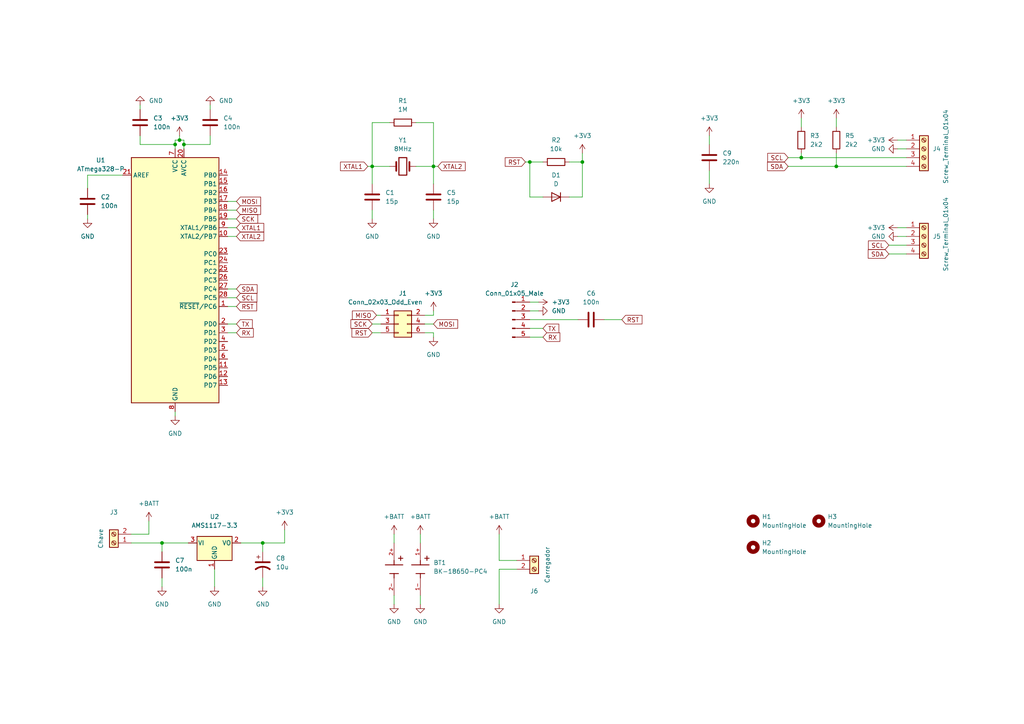
<source format=kicad_sch>
(kicad_sch (version 20211123) (generator eeschema)
  (paper "A4")
  (lib_symbols
    (symbol "BK-18650-PC4:BK-18650-PC4" (pin_names (offset 1.016))
      (property "Reference" "BT" (at -3.81 6.35 0))
      (property "Value" "BK-18650-PC4" (at -3.81 -10.16 0))
      (symbol "BK-18650-PC4_0_0"
        (polyline (pts (xy -3.81 -3.175) (xy -2.54 -3.175)) (stroke (width 0.254)))
        (polyline (pts (xy -3.81 4.445) (xy -2.54 4.445)) (stroke (width 0.254)))
        (polyline (pts (xy -3.175 -2.54) (xy -3.175 -3.81)) (stroke (width 0.254)))
        (polyline (pts (xy -3.175 5.08) (xy -3.175 3.81)) (stroke (width 0.254)))
        (polyline (pts (xy -1.27 -5.08) (xy -2.54 -5.08)) (stroke (width 0.254)))
        (polyline (pts (xy -1.27 -5.08) (xy -1.27 -7.62)) (stroke (width 0.254)))
        (polyline (pts (xy -1.27 -2.54) (xy -1.27 -5.08)) (stroke (width 0.254)))
        (polyline (pts (xy -1.27 2.54) (xy -2.54 2.54)) (stroke (width 0.254)))
        (polyline (pts (xy -1.27 2.54) (xy -1.27 0)) (stroke (width 0.254)))
        (polyline (pts (xy -1.27 5.08) (xy -1.27 2.54)) (stroke (width 0.254)))
        (polyline (pts (xy 1.27 -5.08) (xy 1.27 -6.35)) (stroke (width 0.254)))
        (polyline (pts (xy 1.27 -5.08) (xy 2.54 -5.08)) (stroke (width 0.254)))
        (polyline (pts (xy 1.27 -3.81) (xy 1.27 -5.08)) (stroke (width 0.254)))
        (polyline (pts (xy 1.27 2.54) (xy 1.27 1.27)) (stroke (width 0.254)))
        (polyline (pts (xy 1.27 2.54) (xy 2.54 2.54)) (stroke (width 0.254)))
        (polyline (pts (xy 1.27 3.81) (xy 1.27 2.54)) (stroke (width 0.254)))
        (pin passive line (at -7.62 2.54 0) (length 5.08) (name "~") (number "1+"))
        (pin passive line (at 7.62 2.54 180) (length 5.08) (name "~") (number "1-"))
        (pin passive line (at -7.62 -5.08 0) (length 5.08) (name "~") (number "2+"))
        (pin passive line (at 7.62 -5.08 180) (length 5.08) (name "~") (number "2-"))
      )
    )
    (symbol "Connector:Conn_01x05_Male" (pin_names (offset 1.016) hide)
      (property "Reference" "J" (at 0 7.62 0))
      (property "Value" "Conn_01x05_Male" (at 0 -7.62 0))
      (symbol "Conn_01x05_Male_1_1"
        (polyline (pts (xy 1.27 -5.08) (xy 0.8636 -5.08)) (stroke (width 0.1524)))
        (polyline (pts (xy 1.27 -2.54) (xy 0.8636 -2.54)) (stroke (width 0.1524)))
        (polyline (pts (xy 1.27 0) (xy 0.8636 0)) (stroke (width 0.1524)))
        (polyline (pts (xy 1.27 2.54) (xy 0.8636 2.54)) (stroke (width 0.1524)))
        (polyline (pts (xy 1.27 5.08) (xy 0.8636 5.08)) (stroke (width 0.1524)))
        (rectangle (start 0.8636 -4.953) (end 0 -5.207) (stroke (width 0.1524)) (fill (type outline)))
        (rectangle (start 0.8636 -2.413) (end 0 -2.667) (stroke (width 0.1524)) (fill (type outline)))
        (rectangle (start 0.8636 0.127) (end 0 -0.127) (stroke (width 0.1524)) (fill (type outline)))
        (rectangle (start 0.8636 2.667) (end 0 2.413) (stroke (width 0.1524)) (fill (type outline)))
        (rectangle (start 0.8636 5.207) (end 0 4.953) (stroke (width 0.1524)) (fill (type outline)))
        (pin passive line (at 5.08 5.08 180) (length 3.81) (name "Pin_1") (number "1"))
        (pin passive line (at 5.08 2.54 180) (length 3.81) (name "Pin_2") (number "2"))
        (pin passive line (at 5.08 0 180) (length 3.81) (name "Pin_3") (number "3"))
        (pin passive line (at 5.08 -2.54 180) (length 3.81) (name "Pin_4") (number "4"))
        (pin passive line (at 5.08 -5.08 180) (length 3.81) (name "Pin_5") (number "5"))
      )
    )
    (symbol "Connector:Screw_Terminal_01x02" (pin_names (offset 1.016) hide)
      (property "Reference" "J" (at 0 2.54 0))
      (property "Value" "Screw_Terminal_01x02" (at 0 -5.08 0))
      (symbol "Screw_Terminal_01x02_1_1"
        (rectangle (start -1.27 1.27) (end 1.27 -3.81) (stroke (width 0.254)) (fill (type background)))
        (circle (center 0 -2.54) (radius 0.635) (stroke (width 0.1524)))
        (polyline (pts (xy -0.5334 -2.2098) (xy 0.3302 -3.048)) (stroke (width 0.1524)))
        (polyline (pts (xy -0.5334 0.3302) (xy 0.3302 -0.508)) (stroke (width 0.1524)))
        (polyline (pts (xy -0.3556 -2.032) (xy 0.508 -2.8702)) (stroke (width 0.1524)))
        (polyline (pts (xy -0.3556 0.508) (xy 0.508 -0.3302)) (stroke (width 0.1524)))
        (circle (center 0 0) (radius 0.635) (stroke (width 0.1524)))
        (pin passive line (at -5.08 0 0) (length 3.81) (name "Pin_1") (number "1"))
        (pin passive line (at -5.08 -2.54 0) (length 3.81) (name "Pin_2") (number "2"))
      )
    )
    (symbol "Connector:Screw_Terminal_01x04" (pin_names (offset 1.016) hide)
      (property "Reference" "J" (at 0 5.08 0))
      (property "Value" "Screw_Terminal_01x04" (at 0 -7.62 0))
      (symbol "Screw_Terminal_01x04_1_1"
        (rectangle (start -1.27 3.81) (end 1.27 -6.35) (stroke (width 0.254)) (fill (type background)))
        (circle (center 0 -5.08) (radius 0.635) (stroke (width 0.1524)))
        (circle (center 0 -2.54) (radius 0.635) (stroke (width 0.1524)))
        (polyline (pts (xy -0.5334 -4.7498) (xy 0.3302 -5.588)) (stroke (width 0.1524)))
        (polyline (pts (xy -0.5334 -2.2098) (xy 0.3302 -3.048)) (stroke (width 0.1524)))
        (polyline (pts (xy -0.5334 0.3302) (xy 0.3302 -0.508)) (stroke (width 0.1524)))
        (polyline (pts (xy -0.5334 2.8702) (xy 0.3302 2.032)) (stroke (width 0.1524)))
        (polyline (pts (xy -0.3556 -4.572) (xy 0.508 -5.4102)) (stroke (width 0.1524)))
        (polyline (pts (xy -0.3556 -2.032) (xy 0.508 -2.8702)) (stroke (width 0.1524)))
        (polyline (pts (xy -0.3556 0.508) (xy 0.508 -0.3302)) (stroke (width 0.1524)))
        (polyline (pts (xy -0.3556 3.048) (xy 0.508 2.2098)) (stroke (width 0.1524)))
        (circle (center 0 0) (radius 0.635) (stroke (width 0.1524)))
        (circle (center 0 2.54) (radius 0.635) (stroke (width 0.1524)))
        (pin passive line (at -5.08 2.54 0) (length 3.81) (name "Pin_1") (number "1"))
        (pin passive line (at -5.08 0 0) (length 3.81) (name "Pin_2") (number "2"))
        (pin passive line (at -5.08 -2.54 0) (length 3.81) (name "Pin_3") (number "3"))
        (pin passive line (at -5.08 -5.08 0) (length 3.81) (name "Pin_4") (number "4"))
      )
    )
    (symbol "Connector_Generic:Conn_02x03_Odd_Even" (pin_names (offset 1.016) hide)
      (property "Reference" "J" (at 1.27 5.08 0))
      (property "Value" "Conn_02x03_Odd_Even" (at 1.27 -5.08 0))
      (symbol "Conn_02x03_Odd_Even_1_1"
        (rectangle (start -1.27 -2.413) (end 0 -2.667) (stroke (width 0.1524)))
        (rectangle (start -1.27 0.127) (end 0 -0.127) (stroke (width 0.1524)))
        (rectangle (start -1.27 2.667) (end 0 2.413) (stroke (width 0.1524)))
        (rectangle (start -1.27 3.81) (end 3.81 -3.81) (stroke (width 0.254)) (fill (type background)))
        (rectangle (start 3.81 -2.413) (end 2.54 -2.667) (stroke (width 0.1524)))
        (rectangle (start 3.81 0.127) (end 2.54 -0.127) (stroke (width 0.1524)))
        (rectangle (start 3.81 2.667) (end 2.54 2.413) (stroke (width 0.1524)))
        (pin passive line (at -5.08 2.54 0) (length 3.81) (name "Pin_1") (number "1"))
        (pin passive line (at 7.62 2.54 180) (length 3.81) (name "Pin_2") (number "2"))
        (pin passive line (at -5.08 0 0) (length 3.81) (name "Pin_3") (number "3"))
        (pin passive line (at 7.62 0 180) (length 3.81) (name "Pin_4") (number "4"))
        (pin passive line (at -5.08 -2.54 0) (length 3.81) (name "Pin_5") (number "5"))
        (pin passive line (at 7.62 -2.54 180) (length 3.81) (name "Pin_6") (number "6"))
      )
    )
    (symbol "Device:C" (pin_numbers hide) (pin_names (offset 0.254))
      (property "Reference" "C" (at 0.635 2.54 0))
      (property "Value" "C" (at 0.635 -2.54 0))
      (symbol "C_0_1"
        (polyline (pts (xy -2.032 -0.762) (xy 2.032 -0.762)) (stroke (width 0.508)))
        (polyline (pts (xy -2.032 0.762) (xy 2.032 0.762)) (stroke (width 0.508)))
      )
      (symbol "C_1_1"
        (pin passive line (at 0 3.81 270) (length 2.794) (name "~") (number "1"))
        (pin passive line (at 0 -3.81 90) (length 2.794) (name "~") (number "2"))
      )
    )
    (symbol "Device:C_Polarized_US" (pin_numbers hide) (pin_names (offset 0.254) hide)
      (property "Reference" "C" (at 0.635 2.54 0))
      (property "Value" "C_Polarized_US" (at 0.635 -2.54 0))
      (symbol "C_Polarized_US_0_1"
        (polyline (pts (xy -2.032 0.762) (xy 2.032 0.762)) (stroke (width 0.508)))
        (polyline (pts (xy -1.778 2.286) (xy -0.762 2.286)))
        (polyline (pts (xy -1.27 1.778) (xy -1.27 2.794)))
        (arc (start 2.032 -1.27) (mid 0 -0.5572) (end -2.032 -1.27) (stroke (width 0.508)))
      )
      (symbol "C_Polarized_US_1_1"
        (pin passive line (at 0 3.81 270) (length 2.794) (name "~") (number "1"))
        (pin passive line (at 0 -3.81 90) (length 3.302) (name "~") (number "2"))
      )
    )
    (symbol "Device:Crystal" (pin_numbers hide) (pin_names (offset 1.016) hide)
      (property "Reference" "Y" (at 0 3.81 0))
      (property "Value" "Crystal" (at 0 -3.81 0))
      (symbol "Crystal_0_1"
        (rectangle (start -1.143 2.54) (end 1.143 -2.54) (stroke (width 0.3048)))
        (polyline (pts (xy -2.54 0) (xy -1.905 0)))
        (polyline (pts (xy -1.905 -1.27) (xy -1.905 1.27)) (stroke (width 0.508)))
        (polyline (pts (xy 1.905 -1.27) (xy 1.905 1.27)) (stroke (width 0.508)))
        (polyline (pts (xy 2.54 0) (xy 1.905 0)))
      )
      (symbol "Crystal_1_1"
        (pin passive line (at -3.81 0 0) (length 1.27) (name "1") (number "1"))
        (pin passive line (at 3.81 0 180) (length 1.27) (name "2") (number "2"))
      )
    )
    (symbol "Device:D" (pin_numbers hide) (pin_names (offset 1.016) hide)
      (property "Reference" "D" (at 0 2.54 0))
      (property "Value" "D" (at 0 -2.54 0))
      (symbol "D_0_1"
        (polyline (pts (xy -1.27 1.27) (xy -1.27 -1.27)) (stroke (width 0.254)))
        (polyline (pts (xy 1.27 0) (xy -1.27 0)))
        (polyline (pts (xy 1.27 1.27) (xy 1.27 -1.27) (xy -1.27 0) (xy 1.27 1.27)) (stroke (width 0.254)))
      )
      (symbol "D_1_1"
        (pin passive line (at -3.81 0 0) (length 2.54) (name "K") (number "1"))
        (pin passive line (at 3.81 0 180) (length 2.54) (name "A") (number "2"))
      )
    )
    (symbol "Device:R" (pin_numbers hide) (pin_names (offset 0))
      (property "Reference" "R" (at 2.032 0 90))
      (property "Value" "R" (at 0 0 90))
      (symbol "R_0_1"
        (rectangle (start -1.016 -2.54) (end 1.016 2.54) (stroke (width 0.254)))
      )
      (symbol "R_1_1"
        (pin passive line (at 0 3.81 270) (length 1.27) (name "~") (number "1"))
        (pin passive line (at 0 -3.81 90) (length 1.27) (name "~") (number "2"))
      )
    )
    (symbol "MCU_Microchip_ATmega:ATmega328-P"
      (property "Reference" "U" (at -12.7 36.83 0))
      (property "Value" "ATmega328-P" (at 2.54 -36.83 0))
      (symbol "ATmega328-P_0_1"
        (rectangle (start -12.7 -35.56) (end 12.7 35.56) (stroke (width 0.254)) (fill (type background)))
      )
      (symbol "ATmega328-P_1_1"
        (pin bidirectional line (at 15.24 -7.62 180) (length 2.54) (name "~{RESET}/PC6") (number "1"))
        (pin bidirectional line (at 15.24 12.7 180) (length 2.54) (name "XTAL2/PB7") (number "10"))
        (pin bidirectional line (at 15.24 -25.4 180) (length 2.54) (name "PD5") (number "11"))
        (pin bidirectional line (at 15.24 -27.94 180) (length 2.54) (name "PD6") (number "12"))
        (pin bidirectional line (at 15.24 -30.48 180) (length 2.54) (name "PD7") (number "13"))
        (pin bidirectional line (at 15.24 30.48 180) (length 2.54) (name "PB0") (number "14"))
        (pin bidirectional line (at 15.24 27.94 180) (length 2.54) (name "PB1") (number "15"))
        (pin bidirectional line (at 15.24 25.4 180) (length 2.54) (name "PB2") (number "16"))
        (pin bidirectional line (at 15.24 22.86 180) (length 2.54) (name "PB3") (number "17"))
        (pin bidirectional line (at 15.24 20.32 180) (length 2.54) (name "PB4") (number "18"))
        (pin bidirectional line (at 15.24 17.78 180) (length 2.54) (name "PB5") (number "19"))
        (pin bidirectional line (at 15.24 -12.7 180) (length 2.54) (name "PD0") (number "2"))
        (pin power_in line (at 2.54 38.1 270) (length 2.54) (name "AVCC") (number "20"))
        (pin passive line (at -15.24 30.48 0) (length 2.54) (name "AREF") (number "21"))
        (pin passive line (at 0 -38.1 90) (length 2.54) hide (name "GND") (number "22"))
        (pin bidirectional line (at 15.24 7.62 180) (length 2.54) (name "PC0") (number "23"))
        (pin bidirectional line (at 15.24 5.08 180) (length 2.54) (name "PC1") (number "24"))
        (pin bidirectional line (at 15.24 2.54 180) (length 2.54) (name "PC2") (number "25"))
        (pin bidirectional line (at 15.24 0 180) (length 2.54) (name "PC3") (number "26"))
        (pin bidirectional line (at 15.24 -2.54 180) (length 2.54) (name "PC4") (number "27"))
        (pin bidirectional line (at 15.24 -5.08 180) (length 2.54) (name "PC5") (number "28"))
        (pin bidirectional line (at 15.24 -15.24 180) (length 2.54) (name "PD1") (number "3"))
        (pin bidirectional line (at 15.24 -17.78 180) (length 2.54) (name "PD2") (number "4"))
        (pin bidirectional line (at 15.24 -20.32 180) (length 2.54) (name "PD3") (number "5"))
        (pin bidirectional line (at 15.24 -22.86 180) (length 2.54) (name "PD4") (number "6"))
        (pin power_in line (at 0 38.1 270) (length 2.54) (name "VCC") (number "7"))
        (pin power_in line (at 0 -38.1 90) (length 2.54) (name "GND") (number "8"))
        (pin bidirectional line (at 15.24 15.24 180) (length 2.54) (name "XTAL1/PB6") (number "9"))
      )
    )
    (symbol "Mechanical:MountingHole" (pin_names (offset 1.016))
      (property "Reference" "H" (at 0 5.08 0))
      (property "Value" "MountingHole" (at 0 3.175 0))
      (symbol "MountingHole_0_1"
        (circle (center 0 0) (radius 1.27) (stroke (width 1.27)))
      )
    )
    (symbol "Regulator_Linear:AMS1117-3.3" (pin_names (offset 0.254))
      (property "Reference" "U" (at -3.81 3.175 0))
      (property "Value" "AMS1117-3.3" (at 0 3.175 0))
      (symbol "AMS1117-3.3_0_1"
        (rectangle (start -5.08 -5.08) (end 5.08 1.905) (stroke (width 0.254)) (fill (type background)))
      )
      (symbol "AMS1117-3.3_1_1"
        (pin power_in line (at 0 -7.62 90) (length 2.54) (name "GND") (number "1"))
        (pin power_out line (at 7.62 0 180) (length 2.54) (name "VO") (number "2"))
        (pin power_in line (at -7.62 0 0) (length 2.54) (name "VI") (number "3"))
      )
    )
    (symbol "power:+3.3V" (power) (pin_names (offset 0))
      (property "Value" "+3.3V" (at 0 3.556 0))
      (symbol "+3.3V_0_1"
        (polyline (pts (xy -0.762 1.27) (xy 0 2.54)))
        (polyline (pts (xy 0 0) (xy 0 2.54)))
        (polyline (pts (xy 0 2.54) (xy 0.762 1.27)))
      )
      (symbol "+3.3V_1_1"
        (pin power_in line (at 0 0 90) (length 0) hide (name "+3V3") (number "1"))
      )
    )
    (symbol "power:+BATT" (power) (pin_names (offset 0))
      (property "Value" "+BATT" (at 0 3.556 0))
      (symbol "+BATT_0_1"
        (polyline (pts (xy -0.762 1.27) (xy 0 2.54)))
        (polyline (pts (xy 0 0) (xy 0 2.54)))
        (polyline (pts (xy 0 2.54) (xy 0.762 1.27)))
      )
      (symbol "+BATT_1_1"
        (pin power_in line (at 0 0 90) (length 0) hide (name "+BATT") (number "1"))
      )
    )
    (symbol "power:GND" (power) (pin_names (offset 0))
      (property "Value" "GND" (at 0 -3.81 0))
      (symbol "GND_0_1"
        (polyline (pts (xy 0 0) (xy 0 -1.27) (xy 1.27 -1.27) (xy 0 -2.54) (xy -1.27 -1.27) (xy 0 -1.27)))
      )
      (symbol "GND_1_1"
        (pin power_in line (at 0 0 270) (length 0) hide (name "GND") (number "1"))
      )
    )
  )
  (junction (at 125.73 48.26))
  (junction (at 53.34 41.91))
  (junction (at 52.07 40.64))
  (junction (at 153.67 46.99))
  (junction (at 50.8 41.91))
  (junction (at 232.41 45.72))
  (junction (at 46.99 157.48))
  (junction (at 107.95 48.26))
  (junction (at 242.57 48.26))
  (junction (at 168.91 46.99))
  (junction (at 76.2 157.48))
  (wire (pts (xy 68.58 58.42) (xy 66.04 58.42)))
  (wire (pts (xy 35.56 50.8) (xy 25.4 50.8)))
  (wire (pts (xy 121.92 154.94) (xy 121.92 157.48)))
  (wire (pts (xy 50.8 120.65) (xy 50.8 119.38)))
  (wire (pts (xy 123.19 96.52) (xy 125.73 96.52)))
  (wire (pts (xy 157.48 57.15) (xy 153.67 57.15)))
  (wire (pts (xy 68.58 83.82) (xy 66.04 83.82)))
  (wire (pts (xy 114.3 175.26) (xy 114.3 172.72)))
  (wire (pts (xy 144.78 165.1) (xy 144.78 175.26)))
  (wire (pts (xy 153.67 57.15) (xy 153.67 46.99)))
  (wire (pts (xy 53.34 40.64) (xy 52.07 40.64)))
  (wire (pts (xy 68.58 88.9) (xy 66.04 88.9)))
  (wire (pts (xy 157.48 46.99) (xy 153.67 46.99)))
  (wire (pts (xy 149.86 165.1) (xy 144.78 165.1)))
  (wire (pts (xy 144.78 154.94) (xy 144.78 162.56)))
  (wire (pts (xy 25.4 63.5) (xy 25.4 62.23)))
  (wire (pts (xy 121.92 175.26) (xy 121.92 172.72)))
  (wire (pts (xy 260.35 40.64) (xy 262.89 40.64)))
  (wire (pts (xy 68.58 93.98) (xy 66.04 93.98)))
  (wire (pts (xy 125.73 90.17) (xy 125.73 91.44)))
  (wire (pts (xy 46.99 170.18) (xy 46.99 167.64)))
  (wire (pts (xy 168.91 57.15) (xy 168.91 46.99)))
  (wire (pts (xy 180.34 92.71) (xy 175.26 92.71)))
  (wire (pts (xy 50.8 40.64) (xy 50.8 41.91)))
  (wire (pts (xy 153.67 92.71) (xy 167.64 92.71)))
  (wire (pts (xy 228.6 45.72) (xy 232.41 45.72)))
  (wire (pts (xy 43.18 151.13) (xy 43.18 154.94)))
  (wire (pts (xy 60.96 39.37) (xy 60.96 41.91)))
  (wire (pts (xy 46.99 157.48) (xy 54.61 157.48)))
  (wire (pts (xy 242.57 44.45) (xy 242.57 48.26)))
  (wire (pts (xy 106.68 48.26) (xy 107.95 48.26)))
  (wire (pts (xy 120.65 48.26) (xy 125.73 48.26)))
  (wire (pts (xy 165.1 46.99) (xy 168.91 46.99)))
  (wire (pts (xy 152.4 46.99) (xy 153.67 46.99)))
  (wire (pts (xy 40.64 39.37) (xy 40.64 41.91)))
  (wire (pts (xy 165.1 57.15) (xy 168.91 57.15)))
  (wire (pts (xy 113.03 35.56) (xy 107.95 35.56)))
  (wire (pts (xy 69.85 157.48) (xy 76.2 157.48)))
  (wire (pts (xy 52.07 39.37) (xy 52.07 40.64)))
  (wire (pts (xy 120.65 35.56) (xy 125.73 35.56)))
  (wire (pts (xy 157.48 97.79) (xy 153.67 97.79)))
  (wire (pts (xy 107.95 48.26) (xy 113.03 48.26)))
  (wire (pts (xy 232.41 45.72) (xy 262.89 45.72)))
  (wire (pts (xy 205.74 39.37) (xy 205.74 41.91)))
  (wire (pts (xy 157.48 95.25) (xy 153.67 95.25)))
  (wire (pts (xy 242.57 48.26) (xy 262.89 48.26)))
  (wire (pts (xy 257.81 73.66) (xy 262.89 73.66)))
  (wire (pts (xy 68.58 96.52) (xy 66.04 96.52)))
  (wire (pts (xy 257.81 71.12) (xy 262.89 71.12)))
  (wire (pts (xy 46.99 157.48) (xy 46.99 160.02)))
  (wire (pts (xy 107.95 60.96) (xy 107.95 63.5)))
  (wire (pts (xy 68.58 66.04) (xy 66.04 66.04)))
  (wire (pts (xy 40.64 41.91) (xy 50.8 41.91)))
  (wire (pts (xy 50.8 41.91) (xy 50.8 43.18)))
  (wire (pts (xy 156.21 87.63) (xy 153.67 87.63)))
  (wire (pts (xy 52.07 40.64) (xy 50.8 40.64)))
  (wire (pts (xy 68.58 63.5) (xy 66.04 63.5)))
  (wire (pts (xy 260.35 43.18) (xy 262.89 43.18)))
  (wire (pts (xy 53.34 41.91) (xy 53.34 40.64)))
  (wire (pts (xy 60.96 30.48) (xy 60.96 31.75)))
  (wire (pts (xy 107.95 35.56) (xy 107.95 48.26)))
  (wire (pts (xy 68.58 86.36) (xy 66.04 86.36)))
  (wire (pts (xy 168.91 44.45) (xy 168.91 46.99)))
  (wire (pts (xy 38.1 157.48) (xy 46.99 157.48)))
  (wire (pts (xy 107.95 96.52) (xy 110.49 96.52)))
  (wire (pts (xy 125.73 35.56) (xy 125.73 48.26)))
  (wire (pts (xy 260.35 68.58) (xy 262.89 68.58)))
  (wire (pts (xy 76.2 157.48) (xy 82.55 157.48)))
  (wire (pts (xy 205.74 53.34) (xy 205.74 49.53)))
  (wire (pts (xy 76.2 170.18) (xy 76.2 167.64)))
  (wire (pts (xy 125.73 93.98) (xy 123.19 93.98)))
  (wire (pts (xy 149.86 162.56) (xy 144.78 162.56)))
  (wire (pts (xy 125.73 48.26) (xy 127 48.26)))
  (wire (pts (xy 25.4 50.8) (xy 25.4 54.61)))
  (wire (pts (xy 107.95 48.26) (xy 107.95 53.34)))
  (wire (pts (xy 109.22 91.44) (xy 110.49 91.44)))
  (wire (pts (xy 260.35 66.04) (xy 262.89 66.04)))
  (wire (pts (xy 40.64 30.48) (xy 40.64 31.75)))
  (wire (pts (xy 232.41 44.45) (xy 232.41 45.72)))
  (wire (pts (xy 228.6 48.26) (xy 242.57 48.26)))
  (wire (pts (xy 82.55 153.67) (xy 82.55 157.48)))
  (wire (pts (xy 114.3 154.94) (xy 114.3 157.48)))
  (wire (pts (xy 232.41 34.29) (xy 232.41 36.83)))
  (wire (pts (xy 68.58 68.58) (xy 66.04 68.58)))
  (wire (pts (xy 242.57 34.29) (xy 242.57 36.83)))
  (wire (pts (xy 125.73 48.26) (xy 125.73 53.34)))
  (wire (pts (xy 62.23 165.1) (xy 62.23 170.18)))
  (wire (pts (xy 156.21 90.17) (xy 153.67 90.17)))
  (wire (pts (xy 53.34 43.18) (xy 53.34 41.91)))
  (wire (pts (xy 125.73 91.44) (xy 123.19 91.44)))
  (wire (pts (xy 125.73 60.96) (xy 125.73 63.5)))
  (wire (pts (xy 68.58 60.96) (xy 66.04 60.96)))
  (wire (pts (xy 125.73 96.52) (xy 125.73 97.79)))
  (wire (pts (xy 107.95 93.98) (xy 110.49 93.98)))
  (wire (pts (xy 38.1 154.94) (xy 43.18 154.94)))
  (wire (pts (xy 76.2 157.48) (xy 76.2 160.02)))
  (wire (pts (xy 60.96 41.91) (xy 53.34 41.91)))
  (global_label "XTAL2" (shape input) (at 127 48.26 0) (property "Referências entre as folhas" "${INTERSHEET_REFS}" (effects hide)))
  (global_label "XTAL1" (shape input) (at 68.58 66.04 0) (property "Referências entre as folhas" "${INTERSHEET_REFS}" (effects hide)))
  (global_label "RX" (shape input) (at 157.48 97.79 0) (property "Referências entre as folhas" "${INTERSHEET_REFS}" (effects hide)))
  (global_label "RST" (shape input) (at 107.95 96.52 180) (property "Referências entre as folhas" "${INTERSHEET_REFS}" (effects hide)))
  (global_label "MISO" (shape input) (at 68.58 60.96 0) (property "Referências entre as folhas" "${INTERSHEET_REFS}" (effects hide)))
  (global_label "MOSI" (shape input) (at 68.58 58.42 0) (property "Referências entre as folhas" "${INTERSHEET_REFS}" (effects hide)))
  (global_label "SCK" (shape input) (at 68.58 63.5 0) (property "Referências entre as folhas" "${INTERSHEET_REFS}" (effects hide)))
  (global_label "XTAL1" (shape input) (at 106.68 48.26 180) (property "Referências entre as folhas" "${INTERSHEET_REFS}" (effects hide)))
  (global_label "TX" (shape input) (at 157.48 95.25 0) (property "Referências entre as folhas" "${INTERSHEET_REFS}" (effects hide)))
  (global_label "SCL" (shape input) (at 257.81 71.12 180) (property "Referências entre as folhas" "${INTERSHEET_REFS}" (effects hide)))
  (global_label "TX" (shape input) (at 68.58 93.98 0) (property "Referências entre as folhas" "${INTERSHEET_REFS}" (effects hide)))
  (global_label "SCK" (shape input) (at 107.95 93.98 180) (property "Referências entre as folhas" "${INTERSHEET_REFS}" (effects hide)))
  (global_label "RX" (shape input) (at 68.58 96.52 0) (property "Referências entre as folhas" "${INTERSHEET_REFS}" (effects hide)))
  (global_label "SDA" (shape input) (at 257.81 73.66 180) (property "Referências entre as folhas" "${INTERSHEET_REFS}" (effects hide)))
  (global_label "SDA" (shape input) (at 68.58 83.82 0) (property "Referências entre as folhas" "${INTERSHEET_REFS}" (effects hide)))
  (global_label "SDA" (shape input) (at 228.6 48.26 180) (property "Referências entre as folhas" "${INTERSHEET_REFS}" (effects hide)))
  (global_label "SCL" (shape input) (at 228.6 45.72 180) (property "Referências entre as folhas" "${INTERSHEET_REFS}" (effects hide)))
  (global_label "SCL" (shape input) (at 68.58 86.36 0) (property "Referências entre as folhas" "${INTERSHEET_REFS}" (effects hide)))
  (global_label "RST" (shape input) (at 180.34 92.71 0) (property "Referências entre as folhas" "${INTERSHEET_REFS}" (effects hide)))
  (global_label "MOSI" (shape input) (at 125.73 93.98 0) (property "Referências entre as folhas" "${INTERSHEET_REFS}" (effects hide)))
  (global_label "MISO" (shape input) (at 109.22 91.44 180) (property "Referências entre as folhas" "${INTERSHEET_REFS}" (effects hide)))
  (global_label "RST" (shape input) (at 68.58 88.9 0) (property "Referências entre as folhas" "${INTERSHEET_REFS}" (effects hide)))
  (global_label "XTAL2" (shape input) (at 68.58 68.58 0) (property "Referências entre as folhas" "${INTERSHEET_REFS}" (effects hide)))
  (global_label "RST" (shape input) (at 152.4 46.99 180) (property "Referências entre as folhas" "${INTERSHEET_REFS}" (effects hide)))
  (symbol (lib_id "power:GND") (at 260.35 68.58 270) (unit 1)
    (property "Reference" "#PWR0109" (effects hide))
    (property "Value" "GND" (at 252.73 68.58 90) (effects (justify left)))
  )
  (symbol (lib_id "power:GND") (at 125.73 63.5 0) (unit 1)
    (property "Reference" "#PWR07" (effects hide))
    (property "Value" "GND" (at 125.73 68.58 0))
  )
  (symbol (lib_id "Connector:Screw_Terminal_01x02") (at 33.02 157.48 180) (unit 1)
    (property "Reference" "J3" (at 33.02 148.59 0))
    (property "Value" "Chave" (at 29.21 156.21 90))
    (property "Footprint" "TerminalBlock_4Ucon:TerminalBlock_4Ucon_1x02_P3.50mm_Horizontal" (effects hide))
  )
  (symbol (lib_id "Connector:Screw_Terminal_01x02") (at 154.94 162.56 0) (unit 1)
    (property "Reference" "J6" (at 154.94 171.45 0))
    (property "Value" "Carregador" (at 158.75 163.83 90))
    (property "Footprint" "TerminalBlock_4Ucon:TerminalBlock_4Ucon_1x02_P3.50mm_Horizontal" (effects hide))
  )
  (symbol (lib_id "power:GND") (at 260.35 43.18 270) (unit 1)
    (property "Reference" "#PWR0108" (effects hide))
    (property "Value" "GND" (at 252.73 43.18 90) (effects (justify left)))
  )
  (symbol (lib_id "Device:C") (at 107.95 57.15 0) (unit 1)
    (property "Reference" "C1" (at 111.76 55.8799 0) (effects (justify left)))
    (property "Value" "15p" (at 111.76 58.4199 0) (effects (justify left)))
    (property "Footprint" "Capacitor_THT:C_Disc_D5.0mm_W2.5mm_P5.00mm" (effects hide))
  )
  (symbol (lib_id "power:GND") (at 60.96 30.48 180) (unit 1)
    (property "Reference" "#PWR05" (effects hide))
    (property "Value" "GND" (at 63.5 29.2099 0) (effects (justify right)))
  )
  (symbol (lib_id "power:+3.3V") (at 168.91 44.45 0) (unit 1)
    (property "Reference" "#PWR010" (effects hide))
    (property "Value" "+3.3V" (at 168.91 39.37 0))
  )
  (symbol (lib_id "power:GND") (at 62.23 170.18 0) (unit 1)
    (property "Reference" "#PWR013" (effects hide))
    (property "Value" "GND" (at 62.23 175.26 0))
  )
  (symbol (lib_id "Device:C_Polarized_US") (at 76.2 163.83 0) (unit 1)
    (property "Reference" "C8" (at 80.01 161.9249 0) (effects (justify left)))
    (property "Value" "10u" (at 80.01 164.4649 0) (effects (justify left)))
    (property "Footprint" "Capacitor_THT:CP_Radial_D6.3mm_P2.50mm" (effects hide))
  )
  (symbol (lib_id "Regulator_Linear:AMS1117-3.3") (at 62.23 157.48 0) (unit 1)
    (property "Reference" "U2" (at 62.23 149.86 0))
    (property "Value" "AMS1117-3.3" (at 62.23 152.4 0))
    (property "Footprint" "Package_TO_SOT_SMD:SOT-223-3_TabPin2" (effects hide))
    (property "Datasheet" "http://www.advanced-monolithic.com/pdf/ds1117.pdf" (effects hide))
  )
  (symbol (lib_id "Device:C") (at 25.4 58.42 0) (unit 1)
    (property "Reference" "C2" (at 29.21 57.1499 0) (effects (justify left)))
    (property "Value" "100n" (at 29.21 59.6899 0) (effects (justify left)))
    (property "Footprint" "Capacitor_THT:C_Disc_D5.0mm_W2.5mm_P5.00mm" (effects hide))
  )
  (symbol (lib_id "Connector_Generic:Conn_02x03_Odd_Even") (at 115.57 93.98 0) (unit 1)
    (property "Reference" "J1" (at 116.84 85.09 0))
    (property "Value" "Conn_02x03_Odd_Even" (at 111.76 87.63 0))
    (property "Footprint" "Connector_PinHeader_2.54mm:PinHeader_2x03_P2.54mm_Vertical" (effects hide))
  )
  (symbol (lib_id "Connector:Screw_Terminal_01x04") (at 267.97 43.18 0) (unit 1)
    (property "Reference" "J4" (at 270.51 43.1799 0) (effects (justify left)))
    (property "Value" "Screw_Terminal_01x04" (at 274.32 53.34 90) (effects (justify left)))
    (property "Footprint" "TerminalBlock_4Ucon:TerminalBlock_4Ucon_1x04_P3.50mm_Horizontal" (effects hide))
  )
  (symbol (lib_id "power:+3.3V") (at 232.41 34.29 0) (unit 1)
    (property "Reference" "#PWR0104" (effects hide))
    (property "Value" "+3.3V" (at 232.41 29.21 0))
  )
  (symbol (lib_id "Device:C") (at 40.64 35.56 0) (unit 1)
    (property "Reference" "C3" (at 44.45 34.2899 0) (effects (justify left)))
    (property "Value" "100n" (at 44.45 36.8299 0) (effects (justify left)))
    (property "Footprint" "Capacitor_THT:C_Disc_D5.0mm_W2.5mm_P5.00mm" (effects hide))
  )
  (symbol (lib_id "BK-18650-PC4:BK-18650-PC4") (at 119.38 165.1 270) (unit 1)
    (property "Reference" "BT1" (at 125.73 163.1949 90) (effects (justify left)))
    (property "Value" "BK-18650-PC4" (at 125.73 165.7349 90) (effects (justify left)))
    (property "Footprint" "BAT_BK-18650-PC4" (effects hide))
    (property "MANUFACTURER" "MPD" (effects hide))
    (property "PARTREV" "K" (effects hide))
    (property "STANDARD" "Manufacturer Recommendations" (effects hide))
    (property "MAXIMUM_PACKAGE_HEIGHT" "21.54 mm" (effects hide))
  )
  (symbol (lib_id "Mechanical:MountingHole") (at 218.44 151.13 0) (unit 1)
    (property "Reference" "H1" (at 220.98 149.8599 0) (effects (justify left)))
    (property "Value" "MountingHole" (at 220.98 152.3999 0) (effects (justify left)))
    (property "Footprint" "MountingHole:MountingHole_3.2mm_M3" (effects hide))
  )
  (symbol (lib_id "power:GND") (at 50.8 120.65 0) (unit 1)
    (property "Reference" "#PWR03" (effects hide))
    (property "Value" "GND" (at 50.8 125.73 0))
  )
  (symbol (lib_id "power:+3.3V") (at 242.57 34.29 0) (unit 1)
    (property "Reference" "#PWR0103" (effects hide))
    (property "Value" "+3.3V" (at 242.57 29.21 0))
  )
  (symbol (lib_id "power:GND") (at 46.99 170.18 0) (unit 1)
    (property "Reference" "#PWR012" (effects hide))
    (property "Value" "GND" (at 46.99 175.26 0))
  )
  (symbol (lib_id "power:+3.3V") (at 260.35 40.64 90) (unit 1)
    (property "Reference" "#PWR0110" (effects hide))
    (property "Value" "+3.3V" (at 251.46 40.64 90) (effects (justify right)))
  )
  (symbol (lib_id "Device:R") (at 232.41 40.64 0) (mirror y) (unit 1)
    (property "Reference" "R3" (at 234.95 39.3699 0) (effects (justify right)))
    (property "Value" "2k2" (at 234.95 41.9099 0) (effects (justify right)))
    (property "Footprint" "Resistor_THT:R_Axial_DIN0207_L6.3mm_D2.5mm_P10.16mm_Horizontal" (effects hide))
  )
  (symbol (lib_id "power:GND") (at 40.64 30.48 180) (unit 1)
    (property "Reference" "#PWR02" (effects hide))
    (property "Value" "GND" (at 43.18 29.21 0) (effects (justify right)))
  )
  (symbol (lib_id "power:+3.3V") (at 82.55 153.67 0) (unit 1)
    (property "Reference" "#PWR015" (effects hide))
    (property "Value" "+3.3V" (at 82.55 148.59 0))
  )
  (symbol (lib_id "Device:D") (at 161.29 57.15 0) (mirror y) (unit 1)
    (property "Reference" "D1" (at 161.29 50.8 0))
    (property "Value" "D" (at 161.29 53.34 0))
    (property "Footprint" "Diode_THT:D_DO-41_SOD81_P7.62mm_Horizontal" (effects hide))
  )
  (symbol (lib_id "Device:R") (at 242.57 40.64 0) (mirror y) (unit 1)
    (property "Reference" "R5" (at 245.11 39.3699 0) (effects (justify right)))
    (property "Value" "2k2" (at 245.11 41.9099 0) (effects (justify right)))
    (property "Footprint" "Resistor_THT:R_Axial_DIN0207_L6.3mm_D2.5mm_P10.16mm_Horizontal" (effects hide))
  )
  (symbol (lib_id "Mechanical:MountingHole") (at 237.49 151.13 0) (unit 1)
    (property "Reference" "H3" (at 240.03 149.8599 0) (effects (justify left)))
    (property "Value" "MountingHole" (at 240.03 152.3999 0) (effects (justify left)))
    (property "Footprint" "MountingHole:MountingHole_3.2mm_M3" (effects hide))
  )
  (symbol (lib_id "power:GND") (at 156.21 90.17 90) (unit 1)
    (property "Reference" "#PWR0101" (effects hide))
    (property "Value" "GND" (at 160.02 90.1699 90) (effects (justify right)))
  )
  (symbol (lib_id "power:+3.3V") (at 260.35 66.04 90) (unit 1)
    (property "Reference" "#PWR0112" (effects hide))
    (property "Value" "+3.3V" (at 251.46 66.04 90) (effects (justify right)))
  )
  (symbol (lib_id "Device:C") (at 60.96 35.56 0) (unit 1)
    (property "Reference" "C4" (at 64.77 34.2899 0) (effects (justify left)))
    (property "Value" "100n" (at 64.77 36.8299 0) (effects (justify left)))
    (property "Footprint" "Capacitor_THT:C_Disc_D5.0mm_W2.5mm_P5.00mm" (effects hide))
  )
  (symbol (lib_id "power:GND") (at 121.92 175.26 0) (unit 1)
    (property "Reference" "#PWR0107" (effects hide))
    (property "Value" "GND" (at 121.92 180.34 0))
  )
  (symbol (lib_id "power:GND") (at 125.73 97.79 0) (unit 1)
    (property "Reference" "#PWR09" (effects hide))
    (property "Value" "GND" (at 125.73 102.87 0))
  )
  (symbol (lib_id "power:GND") (at 76.2 170.18 0) (unit 1)
    (property "Reference" "#PWR014" (effects hide))
    (property "Value" "GND" (at 76.2 175.26 0))
  )
  (symbol (lib_id "power:+BATT") (at 43.18 151.13 0) (unit 1)
    (property "Reference" "#PWR0115" (effects hide))
    (property "Value" "+BATT" (at 43.18 146.05 0))
  )
  (symbol (lib_id "Device:C") (at 171.45 92.71 90) (unit 1)
    (property "Reference" "C6" (at 171.45 85.09 90))
    (property "Value" "100n" (at 171.45 87.63 90))
    (property "Footprint" "Capacitor_THT:C_Disc_D5.0mm_W2.5mm_P5.00mm" (effects hide))
  )
  (symbol (lib_id "Device:R") (at 116.84 35.56 90) (unit 1)
    (property "Reference" "R1" (at 116.84 29.21 90))
    (property "Value" "1M" (at 116.84 31.75 90))
    (property "Footprint" "Resistor_THT:R_Axial_DIN0207_L6.3mm_D2.5mm_P10.16mm_Horizontal" (effects hide))
  )
  (symbol (lib_id "power:GND") (at 107.95 63.5 0) (unit 1)
    (property "Reference" "#PWR06" (effects hide))
    (property "Value" "GND" (at 107.95 68.58 0))
  )
  (symbol (lib_id "MCU_Microchip_ATmega:ATmega328-P") (at 50.8 81.28 0) (unit 1)
    (property "Reference" "U1" (at 29.21 46.4693 0))
    (property "Value" "ATmega328-P" (at 29.21 49.0093 0))
    (property "Footprint" "Package_DIP:DIP-28_W7.62mm_LongPads" (effects hide))
    (property "Datasheet" "http://ww1.microchip.com/downloads/en/DeviceDoc/ATmega328_P%20AVR%20MCU%20with%20picoPower%20Technology%20Data%20Sheet%2040001984A.pdf" (effects hide))
  )
  (symbol (lib_id "Device:C") (at 125.73 57.15 0) (unit 1)
    (property "Reference" "C5" (at 129.54 55.8799 0) (effects (justify left)))
    (property "Value" "15p" (at 129.54 58.4199 0) (effects (justify left)))
    (property "Footprint" "Capacitor_THT:C_Disc_D5.0mm_W2.5mm_P5.00mm" (effects hide))
  )
  (symbol (lib_id "power:+3.3V") (at 205.74 39.37 0) (unit 1)
    (property "Reference" "#PWR0105" (effects hide))
    (property "Value" "+3.3V" (at 205.74 34.29 0))
  )
  (symbol (lib_id "power:+BATT") (at 144.78 154.94 0) (unit 1)
    (property "Reference" "#PWR0117" (effects hide))
    (property "Value" "+BATT" (at 144.78 149.86 0))
  )
  (symbol (lib_id "power:+3.3V") (at 125.73 90.17 0) (unit 1)
    (property "Reference" "#PWR08" (effects hide))
    (property "Value" "+3.3V" (at 125.73 85.09 0))
  )
  (symbol (lib_id "Device:C") (at 46.99 163.83 180) (unit 1)
    (property "Reference" "C7" (at 50.8 162.5599 0) (effects (justify right)))
    (property "Value" "100n" (at 50.8 165.0999 0) (effects (justify right)))
    (property "Footprint" "Capacitor_THT:C_Disc_D5.0mm_W2.5mm_P5.00mm" (effects hide))
  )
  (symbol (lib_id "Device:R") (at 161.29 46.99 270) (mirror x) (unit 1)
    (property "Reference" "R2" (at 161.29 40.64 90))
    (property "Value" "10k" (at 161.29 43.18 90))
    (property "Footprint" "Resistor_THT:R_Axial_DIN0207_L6.3mm_D2.5mm_P10.16mm_Horizontal" (effects hide))
  )
  (symbol (lib_id "power:+3.3V") (at 156.21 87.63 270) (unit 1)
    (property "Reference" "#PWR0102" (effects hide))
    (property "Value" "+3.3V" (at 160.02 87.6299 90) (effects (justify left)))
  )
  (symbol (lib_id "Mechanical:MountingHole") (at 218.44 158.75 0) (unit 1)
    (property "Reference" "H2" (at 220.98 157.4799 0) (effects (justify left)))
    (property "Value" "MountingHole" (at 220.98 160.0199 0) (effects (justify left)))
    (property "Footprint" "MountingHole:MountingHole_3.2mm_M3" (effects hide))
  )
  (symbol (lib_id "power:GND") (at 144.78 175.26 0) (unit 1)
    (property "Reference" "#PWR0116" (effects hide))
    (property "Value" "GND" (at 144.78 180.34 0))
  )
  (symbol (lib_id "Connector:Screw_Terminal_01x04") (at 267.97 68.58 0) (unit 1)
    (property "Reference" "J5" (at 270.51 68.5799 0) (effects (justify left)))
    (property "Value" "Screw_Terminal_01x04" (at 274.32 78.74 90) (effects (justify left)))
    (property "Footprint" "TerminalBlock_4Ucon:TerminalBlock_4Ucon_1x04_P3.50mm_Horizontal" (effects hide))
  )
  (symbol (lib_id "power:+BATT") (at 121.92 154.94 0) (unit 1)
    (property "Reference" "#PWR0113" (effects hide))
    (property "Value" "+BATT" (at 121.92 149.86 0))
  )
  (symbol (lib_id "power:GND") (at 205.74 53.34 0) (unit 1)
    (property "Reference" "#PWR0106" (effects hide))
    (property "Value" "GND" (at 205.74 58.42 0))
  )
  (symbol (lib_id "power:+3.3V") (at 52.07 39.37 0) (unit 1)
    (property "Reference" "#PWR04" (effects hide))
    (property "Value" "+3.3V" (at 52.07 34.29 0))
  )
  (symbol (lib_id "power:+BATT") (at 114.3 154.94 0) (unit 1)
    (property "Reference" "#PWR0114" (effects hide))
    (property "Value" "+BATT" (at 114.3 149.86 0))
  )
  (symbol (lib_id "power:GND") (at 25.4 63.5 0) (unit 1)
    (property "Reference" "#PWR01" (effects hide))
    (property "Value" "GND" (at 25.4 68.58 0))
  )
  (symbol (lib_id "power:GND") (at 114.3 175.26 0) (unit 1)
    (property "Reference" "#PWR0111" (effects hide))
    (property "Value" "GND" (at 114.3 180.34 0))
  )
  (symbol (lib_id "Device:Crystal") (at 116.84 48.26 0) (unit 1)
    (property "Reference" "Y1" (at 116.84 40.64 0))
    (property "Value" "8MHz" (at 116.84 43.18 0))
    (property "Footprint" "Crystal:Crystal_HC49-4H_Vertical" (effects hide))
  )
  (symbol (lib_id "Device:C") (at 205.74 45.72 180) (unit 1)
    (property "Reference" "C9" (at 209.55 44.4499 0) (effects (justify right)))
    (property "Value" "220n" (at 209.55 46.9899 0) (effects (justify right)))
    (property "Footprint" "Capacitor_THT:C_Disc_D5.0mm_W2.5mm_P5.00mm" (effects hide))
  )
  (symbol (lib_id "Connector:Conn_01x05_Male") (at 148.59 92.71 0) (unit 1)
    (property "Reference" "J2" (at 149.225 82.55 0))
    (property "Value" "Conn_01x05_Male" (at 149.225 85.09 0))
    (property "Footprint" "Connector_PinHeader_2.54mm:PinHeader_1x05_P2.54mm_Vertical" (effects hide))
  )
)
</source>
